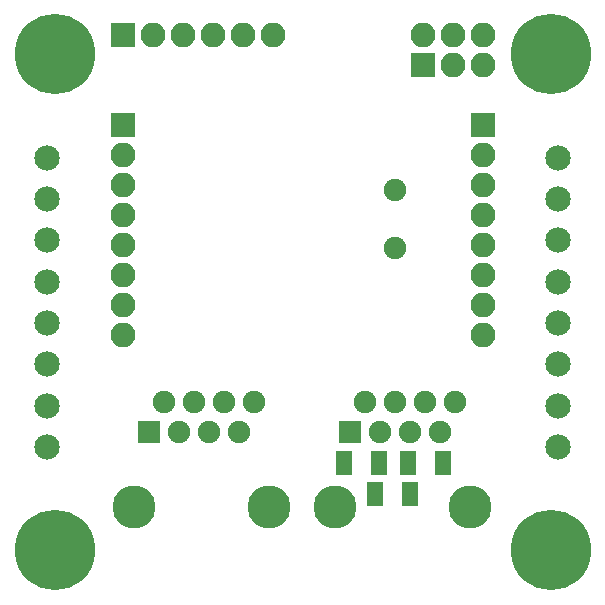
<source format=gbs>
G04 #@! TF.GenerationSoftware,KiCad,Pcbnew,(6.0.0-rc1-dev-254-g7fa5456d7-dirty)*
G04 #@! TF.CreationDate,2018-11-09T09:56:40+01:00*
G04 #@! TF.ProjectId,sejf,73656A662E6B696361645F7063620000,rev?*
G04 #@! TF.SameCoordinates,Original*
G04 #@! TF.FileFunction,Soldermask,Bot*
G04 #@! TF.FilePolarity,Negative*
%FSLAX46Y46*%
G04 Gerber Fmt 4.6, Leading zero omitted, Abs format (unit mm)*
G04 Created by KiCad (PCBNEW (6.0.0-rc1-dev-254-g7fa5456d7-dirty)) date Fri Nov  9 09:56:40 2018*
%MOMM*%
%LPD*%
G01*
G04 APERTURE LIST*
%ADD10R,1.450000X2.150000*%
%ADD11O,2.100000X2.100000*%
%ADD12R,2.100000X2.100000*%
%ADD13C,2.150000*%
%ADD14C,1.900000*%
%ADD15R,1.900000X1.900000*%
%ADD16C,3.650000*%
%ADD17C,1.200000*%
%ADD18C,6.800000*%
G04 APERTURE END LIST*
D10*
G04 #@! TO.C,R8*
X123900000Y-106600000D03*
X126900000Y-106600000D03*
G04 #@! TD*
G04 #@! TO.C,R6*
X121100000Y-109200000D03*
X124100000Y-109200000D03*
G04 #@! TD*
G04 #@! TO.C,R7*
X118500000Y-106600000D03*
X121500000Y-106600000D03*
G04 #@! TD*
D11*
G04 #@! TO.C,J6*
X130240000Y-70380000D03*
X130240000Y-72920000D03*
X127700000Y-70380000D03*
X127700000Y-72920000D03*
X125160000Y-70380000D03*
D12*
X125160000Y-72920000D03*
G04 #@! TD*
D13*
G04 #@! TO.C,J4*
X136600000Y-105250000D03*
X136600000Y-101750000D03*
X136600000Y-98250000D03*
X136600000Y-94750000D03*
X136600000Y-91250000D03*
X136600000Y-87750000D03*
X136600000Y-84250000D03*
X136600000Y-80750000D03*
G04 #@! TD*
G04 #@! TO.C,J5*
X93400000Y-105250000D03*
X93400000Y-101750000D03*
X93400000Y-98250000D03*
X93400000Y-94750000D03*
X93400000Y-91250000D03*
X93400000Y-87750000D03*
X93400000Y-84250000D03*
X93400000Y-80750000D03*
G04 #@! TD*
D12*
G04 #@! TO.C,J2*
X99760000Y-70380000D03*
D11*
X102300000Y-70380000D03*
X104840000Y-70380000D03*
X107380000Y-70380000D03*
X109920000Y-70380000D03*
X112460000Y-70380000D03*
G04 #@! TD*
D14*
G04 #@! TO.C,J1*
X127890000Y-101460000D03*
X126620000Y-104000000D03*
X125350000Y-101460000D03*
X124080000Y-104000000D03*
X122810000Y-101460000D03*
X121540000Y-104000000D03*
X120270000Y-101460000D03*
D15*
X119000000Y-104000000D03*
D16*
X117730000Y-110350000D03*
X129160000Y-110350000D03*
G04 #@! TD*
G04 #@! TO.C,J3*
X112165000Y-110350000D03*
X100735000Y-110350000D03*
D15*
X102005000Y-104000000D03*
D14*
X103275000Y-101460000D03*
X104545000Y-104000000D03*
X105815000Y-101460000D03*
X107085000Y-104000000D03*
X108355000Y-101460000D03*
X109625000Y-104000000D03*
X110895000Y-101460000D03*
G04 #@! TD*
D11*
G04 #@! TO.C,J7*
X130240000Y-95780000D03*
X130240000Y-93240000D03*
X130240000Y-90700000D03*
X130240000Y-88160000D03*
X130240000Y-85620000D03*
X130240000Y-83080000D03*
X130240000Y-80540000D03*
D12*
X130240000Y-78000000D03*
G04 #@! TD*
G04 #@! TO.C,J8*
X99760000Y-78000000D03*
D11*
X99760000Y-80540000D03*
X99760000Y-83080000D03*
X99760000Y-85620000D03*
X99760000Y-88160000D03*
X99760000Y-90700000D03*
X99760000Y-93240000D03*
X99760000Y-95780000D03*
G04 #@! TD*
D17*
G04 #@! TO.C,MK3*
X137697056Y-112302944D03*
X136000000Y-111600000D03*
X134302944Y-112302944D03*
X133600000Y-114000000D03*
X134302944Y-115697056D03*
X136000000Y-116400000D03*
X137697056Y-115697056D03*
X138400000Y-114000000D03*
D18*
X136000000Y-114000000D03*
G04 #@! TD*
G04 #@! TO.C,MK2*
X136000000Y-72000000D03*
D17*
X138400000Y-72000000D03*
X137697056Y-73697056D03*
X136000000Y-74400000D03*
X134302944Y-73697056D03*
X133600000Y-72000000D03*
X134302944Y-70302944D03*
X136000000Y-69600000D03*
X137697056Y-70302944D03*
G04 #@! TD*
G04 #@! TO.C,MK1*
X95697056Y-112302944D03*
X94000000Y-111600000D03*
X92302944Y-112302944D03*
X91600000Y-114000000D03*
X92302944Y-115697056D03*
X94000000Y-116400000D03*
X95697056Y-115697056D03*
X96400000Y-114000000D03*
D18*
X94000000Y-114000000D03*
G04 #@! TD*
G04 #@! TO.C,MK4*
X94000000Y-72000000D03*
D17*
X96400000Y-72000000D03*
X95697056Y-73697056D03*
X94000000Y-74400000D03*
X92302944Y-73697056D03*
X91600000Y-72000000D03*
X92302944Y-70302944D03*
X94000000Y-69600000D03*
X95697056Y-70302944D03*
G04 #@! TD*
D14*
G04 #@! TO.C,Y1*
X122800000Y-88400000D03*
X122800000Y-83520000D03*
G04 #@! TD*
M02*

</source>
